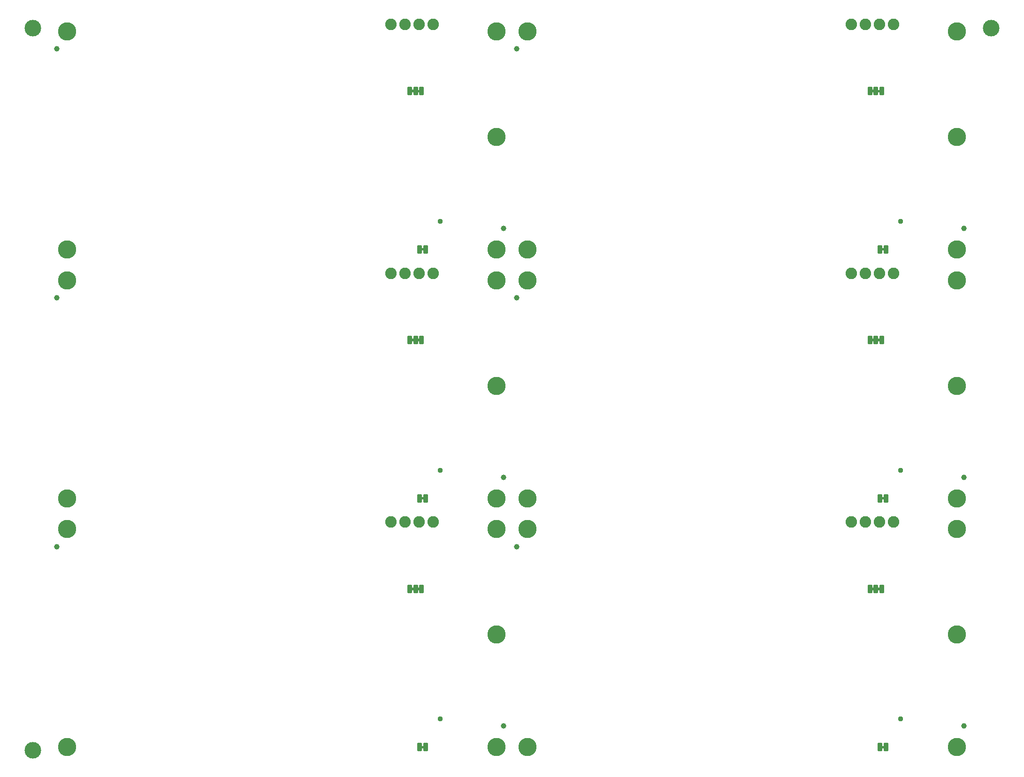
<source format=gbs>
%TF.GenerationSoftware,KiCad,Pcbnew,7.0.10*%
%TF.CreationDate,2024-03-13T14:25:08-06:00*%
%TF.ProjectId,SparkFun_AirQuality_Combo_panelized,53706172-6b46-4756-9e5f-416972517561,v10*%
%TF.SameCoordinates,Original*%
%TF.FileFunction,Soldermask,Bot*%
%TF.FilePolarity,Negative*%
%FSLAX46Y46*%
G04 Gerber Fmt 4.6, Leading zero omitted, Abs format (unit mm)*
G04 Created by KiCad (PCBNEW 7.0.10) date 2024-03-13 14:25:08*
%MOMM*%
%LPD*%
G01*
G04 APERTURE LIST*
G04 Aperture macros list*
%AMRoundRect*
0 Rectangle with rounded corners*
0 $1 Rounding radius*
0 $2 $3 $4 $5 $6 $7 $8 $9 X,Y pos of 4 corners*
0 Add a 4 corners polygon primitive as box body*
4,1,4,$2,$3,$4,$5,$6,$7,$8,$9,$2,$3,0*
0 Add four circle primitives for the rounded corners*
1,1,$1+$1,$2,$3*
1,1,$1+$1,$4,$5*
1,1,$1+$1,$6,$7*
1,1,$1+$1,$8,$9*
0 Add four rect primitives between the rounded corners*
20,1,$1+$1,$2,$3,$4,$5,0*
20,1,$1+$1,$4,$5,$6,$7,0*
20,1,$1+$1,$6,$7,$8,$9,0*
20,1,$1+$1,$8,$9,$2,$3,0*%
G04 Aperture macros list end*
%ADD10C,3.000000*%
%ADD11C,1.000000*%
%ADD12RoundRect,0.101600X-0.330200X-0.635000X0.330200X-0.635000X0.330200X0.635000X-0.330200X0.635000X0*%
%ADD13RoundRect,0.476600X0.000000X0.000000X0.000000X0.000000X0.000000X0.000000X0.000000X0.000000X0*%
%ADD14RoundRect,0.101600X0.330200X0.635000X-0.330200X0.635000X-0.330200X-0.635000X0.330200X-0.635000X0*%
%ADD15C,3.302000*%
%ADD16C,2.082800*%
G04 APERTURE END LIST*
%TO.C,JP1*%
G36*
X149979000Y92199500D02*
G01*
X149471000Y92199500D01*
X149471000Y92680500D01*
X149979000Y92680500D01*
X149979000Y92199500D01*
G37*
G36*
X149979000Y47249500D02*
G01*
X149471000Y47249500D01*
X149471000Y47730500D01*
X149979000Y47730500D01*
X149979000Y47249500D01*
G37*
G36*
X149979000Y2299500D02*
G01*
X149471000Y2299500D01*
X149471000Y2780500D01*
X149979000Y2780500D01*
X149979000Y2299500D01*
G37*
G36*
X66929000Y92199500D02*
G01*
X66421000Y92199500D01*
X66421000Y92680500D01*
X66929000Y92680500D01*
X66929000Y92199500D01*
G37*
G36*
X66929000Y47249500D02*
G01*
X66421000Y47249500D01*
X66421000Y47730500D01*
X66929000Y47730500D01*
X66929000Y47249500D01*
G37*
%TO.C,JP2*%
G36*
X148188300Y120774500D02*
G01*
X147680300Y120774500D01*
X147680300Y121255500D01*
X148188300Y121255500D01*
X148188300Y120774500D01*
G37*
G36*
X149221000Y120751500D02*
G01*
X148713000Y120751500D01*
X148713000Y121232500D01*
X149221000Y121232500D01*
X149221000Y120751500D01*
G37*
G36*
X148188300Y75824500D02*
G01*
X147680300Y75824500D01*
X147680300Y76305500D01*
X148188300Y76305500D01*
X148188300Y75824500D01*
G37*
G36*
X149221000Y75801500D02*
G01*
X148713000Y75801500D01*
X148713000Y76282500D01*
X149221000Y76282500D01*
X149221000Y75801500D01*
G37*
G36*
X148188300Y30874500D02*
G01*
X147680300Y30874500D01*
X147680300Y31355500D01*
X148188300Y31355500D01*
X148188300Y30874500D01*
G37*
G36*
X149221000Y30851500D02*
G01*
X148713000Y30851500D01*
X148713000Y31332500D01*
X149221000Y31332500D01*
X149221000Y30851500D01*
G37*
G36*
X65138300Y120774500D02*
G01*
X64630300Y120774500D01*
X64630300Y121255500D01*
X65138300Y121255500D01*
X65138300Y120774500D01*
G37*
G36*
X66171000Y120751500D02*
G01*
X65663000Y120751500D01*
X65663000Y121232500D01*
X66171000Y121232500D01*
X66171000Y120751500D01*
G37*
G36*
X65138300Y75824500D02*
G01*
X64630300Y75824500D01*
X64630300Y76305500D01*
X65138300Y76305500D01*
X65138300Y75824500D01*
G37*
G36*
X66171000Y75801500D02*
G01*
X65663000Y75801500D01*
X65663000Y76282500D01*
X66171000Y76282500D01*
X66171000Y75801500D01*
G37*
G36*
X65138300Y30874500D02*
G01*
X64630300Y30874500D01*
X64630300Y31355500D01*
X65138300Y31355500D01*
X65138300Y30874500D01*
G37*
G36*
X66171000Y30851500D02*
G01*
X65663000Y30851500D01*
X65663000Y31332500D01*
X66171000Y31332500D01*
X66171000Y30851500D01*
G37*
%TO.C,JP1*%
G36*
X66929000Y2299500D02*
G01*
X66421000Y2299500D01*
X66421000Y2780500D01*
X66929000Y2780500D01*
X66929000Y2299500D01*
G37*
%TD*%
D10*
%TO.C,*%
X169275000Y132350000D03*
%TD*%
%TO.C,*%
X-3675000Y132350000D03*
%TD*%
%TO.C,*%
X-3675000Y2000000D03*
%TD*%
D11*
%TO.C,FID1*%
X164330000Y96250000D03*
%TD*%
%TO.C,FID1*%
X164330000Y51300000D03*
%TD*%
%TO.C,FID1*%
X164330000Y6350000D03*
%TD*%
%TO.C,FID1*%
X81280000Y96250000D03*
%TD*%
%TO.C,FID1*%
X81280000Y51300000D03*
%TD*%
%TO.C,FID2*%
X83685000Y128635000D03*
%TD*%
%TO.C,FID2*%
X83685000Y83685000D03*
%TD*%
%TO.C,FID2*%
X83685000Y38735000D03*
%TD*%
%TO.C,FID2*%
X635000Y128635000D03*
%TD*%
%TO.C,FID2*%
X635000Y83685000D03*
%TD*%
D12*
%TO.C,JP1*%
X149204300Y92440000D03*
X150245700Y92440000D03*
%TD*%
%TO.C,JP1*%
X149204300Y47490000D03*
X150245700Y47490000D03*
%TD*%
%TO.C,JP1*%
X149204300Y2540000D03*
X150245700Y2540000D03*
%TD*%
%TO.C,JP1*%
X66154300Y92440000D03*
X67195700Y92440000D03*
%TD*%
%TO.C,JP1*%
X66154300Y47490000D03*
X67195700Y47490000D03*
%TD*%
D13*
%TO.C,TP1*%
X152900000Y97520000D03*
%TD*%
%TO.C,TP1*%
X152900000Y52570000D03*
%TD*%
%TO.C,TP1*%
X152900000Y7620000D03*
%TD*%
%TO.C,TP1*%
X69850000Y97520000D03*
%TD*%
%TO.C,TP1*%
X69850000Y52570000D03*
%TD*%
D12*
%TO.C,JP2*%
X147413600Y121015000D03*
X148455000Y121015000D03*
D14*
X149496400Y121015000D03*
%TD*%
D12*
%TO.C,JP2*%
X147413600Y76065000D03*
X148455000Y76065000D03*
D14*
X149496400Y76065000D03*
%TD*%
D12*
%TO.C,JP2*%
X147413600Y31115000D03*
X148455000Y31115000D03*
D14*
X149496400Y31115000D03*
%TD*%
D12*
%TO.C,JP2*%
X64363600Y121015000D03*
X65405000Y121015000D03*
D14*
X66446400Y121015000D03*
%TD*%
D12*
%TO.C,JP2*%
X64363600Y76065000D03*
X65405000Y76065000D03*
D14*
X66446400Y76065000D03*
%TD*%
D15*
%TO.C,ST4*%
X85590000Y92440000D03*
%TD*%
%TO.C,ST4*%
X85590000Y47490000D03*
%TD*%
%TO.C,ST4*%
X85590000Y2540000D03*
%TD*%
%TO.C,ST4*%
X2540000Y92440000D03*
%TD*%
%TO.C,ST4*%
X2540000Y47490000D03*
%TD*%
%TO.C,ST3*%
X85590000Y131810000D03*
%TD*%
%TO.C,ST3*%
X85590000Y86860000D03*
%TD*%
%TO.C,ST3*%
X85590000Y41910000D03*
%TD*%
%TO.C,ST3*%
X2540000Y131810000D03*
%TD*%
%TO.C,ST3*%
X2540000Y86860000D03*
%TD*%
D16*
%TO.C,J3*%
X151630000Y133080000D03*
X149090000Y133080000D03*
X146550000Y133080000D03*
X144010000Y133080000D03*
%TD*%
%TO.C,J3*%
X151630000Y88130000D03*
X149090000Y88130000D03*
X146550000Y88130000D03*
X144010000Y88130000D03*
%TD*%
%TO.C,J3*%
X151630000Y43180000D03*
X149090000Y43180000D03*
X146550000Y43180000D03*
X144010000Y43180000D03*
%TD*%
%TO.C,J3*%
X68580000Y133080000D03*
X66040000Y133080000D03*
X63500000Y133080000D03*
X60960000Y133080000D03*
%TD*%
%TO.C,J3*%
X68580000Y88130000D03*
X66040000Y88130000D03*
X63500000Y88130000D03*
X60960000Y88130000D03*
%TD*%
D15*
%TO.C,ST1*%
X163060000Y131810000D03*
%TD*%
%TO.C,ST1*%
X163060000Y86860000D03*
%TD*%
%TO.C,ST1*%
X163060000Y41910000D03*
%TD*%
%TO.C,ST1*%
X80010000Y131810000D03*
%TD*%
%TO.C,ST1*%
X80010000Y86860000D03*
%TD*%
%TO.C,ST5*%
X163060000Y112760000D03*
%TD*%
%TO.C,ST5*%
X163060000Y67810000D03*
%TD*%
%TO.C,ST5*%
X163060000Y22860000D03*
%TD*%
%TO.C,ST5*%
X80010000Y112760000D03*
%TD*%
%TO.C,ST5*%
X80010000Y67810000D03*
%TD*%
%TO.C,ST2*%
X163060000Y92440000D03*
%TD*%
%TO.C,ST2*%
X163060000Y47490000D03*
%TD*%
%TO.C,ST2*%
X163060000Y2540000D03*
%TD*%
%TO.C,ST2*%
X80010000Y92440000D03*
%TD*%
%TO.C,ST2*%
X80010000Y47490000D03*
%TD*%
%TO.C,ST2*%
X80010000Y2540000D03*
%TD*%
%TO.C,ST5*%
X80010000Y22860000D03*
%TD*%
%TO.C,ST1*%
X80010000Y41910000D03*
%TD*%
D16*
%TO.C,J3*%
X68580000Y43180000D03*
X66040000Y43180000D03*
X63500000Y43180000D03*
X60960000Y43180000D03*
%TD*%
D15*
%TO.C,ST3*%
X2540000Y41910000D03*
%TD*%
%TO.C,ST4*%
X2540000Y2540000D03*
%TD*%
D12*
%TO.C,JP2*%
X64363600Y31115000D03*
X65405000Y31115000D03*
D14*
X66446400Y31115000D03*
%TD*%
D13*
%TO.C,TP1*%
X69850000Y7620000D03*
%TD*%
D12*
%TO.C,JP1*%
X66154300Y2540000D03*
X67195700Y2540000D03*
%TD*%
D11*
%TO.C,FID2*%
X635000Y38735000D03*
%TD*%
%TO.C,FID1*%
X81280000Y6350000D03*
%TD*%
M02*

</source>
